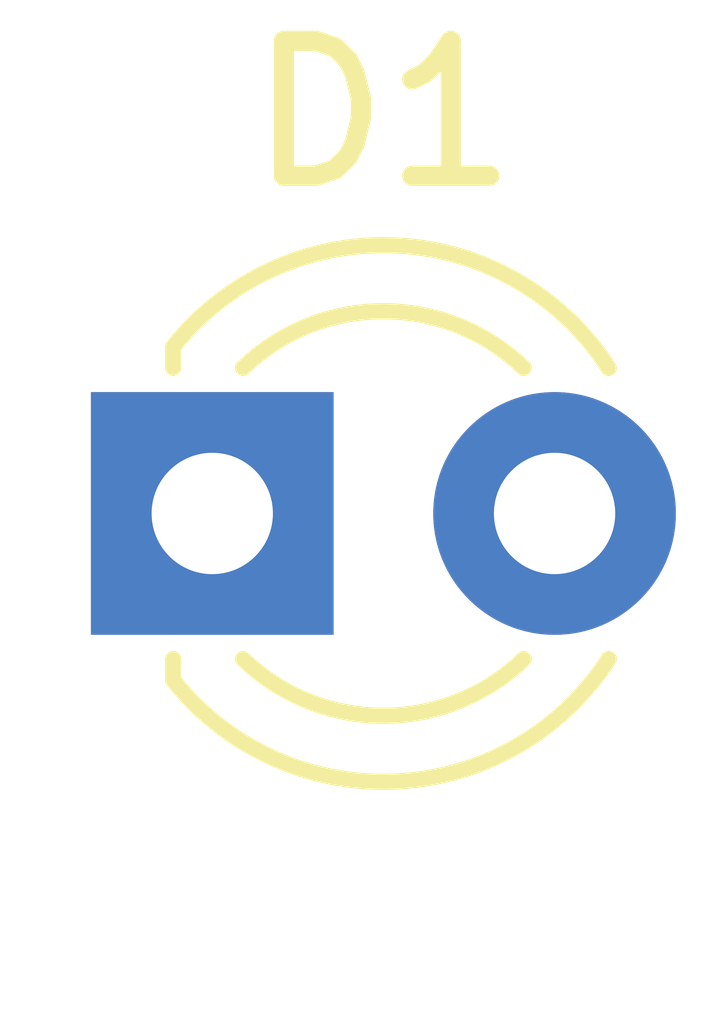
<source format=kicad_pcb>
(kicad_pcb (version 20211014) (generator pcbnew)
  (layers (0 "F.Cu" signal) (31 "B.Cu" signal) (34 "B.Paste" user) (35 "F.Paste" user) (36 "B.SilkS" user "B.Silkscreen") (37 "F.SilkS" user "F.Silkscreen") (38 "B.Mask" user) (39 "F.Mask" user) (44 "Edge.Cuts" user))
  (net 0 "")
  (net 1 "GND")
  (net 2 "Pin0")
  (footprint "LED_THT:LED_D3.0mm" (layer "F.Cu") (at -1.27 0)
    (fp_text reference "D1" (at 1.27 -2.96) (layer "F.SilkS"))
    (fp_text value "LED")
    (fp_line (start -0.29 1.08) (end -0.29 1.236) (layer "F.SilkS") (width 0.12))
    (fp_line (start -0.29 -1.236) (end -0.29 -1.08) (layer "F.SilkS") (width 0.12))
    (fp_arc (start 0.229039 -1.08) (mid 1.270117 -1.5) (end 2.31113 -1.079837) (layer "F.SilkS") (width 0.12))
    (fp_arc (start 2.31113 1.079837) (mid 1.270117 1.5) (end 0.229039 1.08) (layer "F.SilkS") (width 0.12))
    (fp_arc (start 2.942335 1.078608) (mid 1.366487 1.987659) (end -0.29 1.235516) (layer "F.SilkS") (width 0.12))
    (fp_arc (start -0.29 -1.235516) (mid 1.366487 -1.987659) (end 2.942335 -1.078608) (layer "F.SilkS") (width 0.12))
    (pad "1" thru_hole rect locked (at 0 0) (size 1.8 1.8) (drill 0.9) (layers *.Cu *.Mask) (net 1 "GND"))
    (pad "2" thru_hole circle locked (at 2.54 0) (size 1.8 1.8) (drill 0.9) (layers *.Cu *.Mask) (net 2 "Pin0"))
  )
)
</source>
